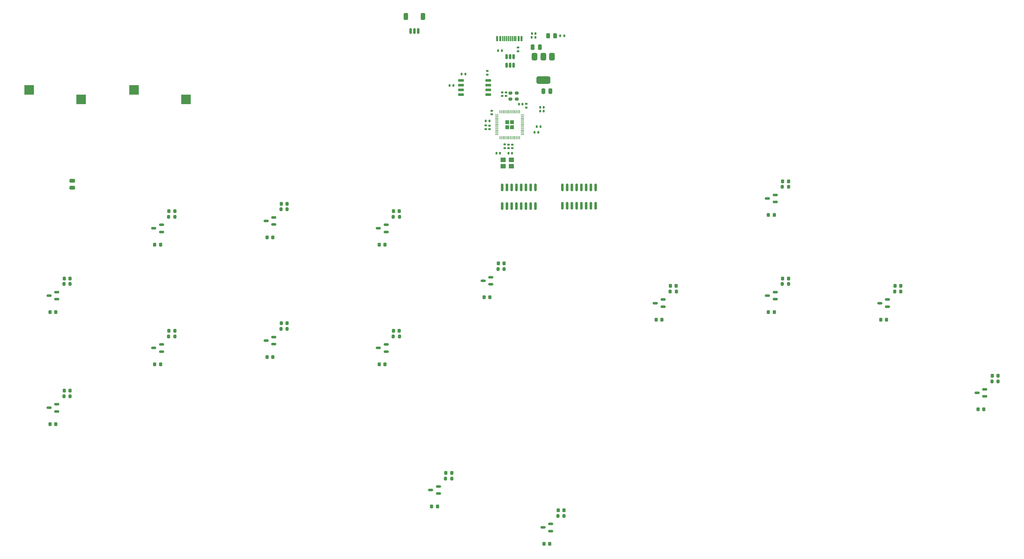
<source format=gbr>
G04 #@! TF.GenerationSoftware,KiCad,Pcbnew,8.0.3*
G04 #@! TF.CreationDate,2024-08-17T21:35:57+09:00*
G04 #@! TF.ProjectId,mainboard,6d61696e-626f-4617-9264-2e6b69636164,rev?*
G04 #@! TF.SameCoordinates,Original*
G04 #@! TF.FileFunction,Paste,Top*
G04 #@! TF.FilePolarity,Positive*
%FSLAX46Y46*%
G04 Gerber Fmt 4.6, Leading zero omitted, Abs format (unit mm)*
G04 Created by KiCad (PCBNEW 8.0.3) date 2024-08-17 21:35:57*
%MOMM*%
%LPD*%
G01*
G04 APERTURE LIST*
G04 Aperture macros list*
%AMRoundRect*
0 Rectangle with rounded corners*
0 $1 Rounding radius*
0 $2 $3 $4 $5 $6 $7 $8 $9 X,Y pos of 4 corners*
0 Add a 4 corners polygon primitive as box body*
4,1,4,$2,$3,$4,$5,$6,$7,$8,$9,$2,$3,0*
0 Add four circle primitives for the rounded corners*
1,1,$1+$1,$2,$3*
1,1,$1+$1,$4,$5*
1,1,$1+$1,$6,$7*
1,1,$1+$1,$8,$9*
0 Add four rect primitives between the rounded corners*
20,1,$1+$1,$2,$3,$4,$5,0*
20,1,$1+$1,$4,$5,$6,$7,0*
20,1,$1+$1,$6,$7,$8,$9,0*
20,1,$1+$1,$8,$9,$2,$3,0*%
G04 Aperture macros list end*
%ADD10RoundRect,0.225000X-0.225000X-0.250000X0.225000X-0.250000X0.225000X0.250000X-0.225000X0.250000X0*%
%ADD11RoundRect,0.135000X0.135000X0.185000X-0.135000X0.185000X-0.135000X-0.185000X0.135000X-0.185000X0*%
%ADD12RoundRect,0.200000X-0.200000X-0.275000X0.200000X-0.275000X0.200000X0.275000X-0.200000X0.275000X0*%
%ADD13RoundRect,0.150000X0.150000X-0.825000X0.150000X0.825000X-0.150000X0.825000X-0.150000X-0.825000X0*%
%ADD14R,1.400000X1.200000*%
%ADD15RoundRect,0.135000X-0.135000X-0.185000X0.135000X-0.185000X0.135000X0.185000X-0.135000X0.185000X0*%
%ADD16RoundRect,0.140000X-0.140000X-0.170000X0.140000X-0.170000X0.140000X0.170000X-0.140000X0.170000X0*%
%ADD17RoundRect,0.150000X0.500000X0.150000X-0.500000X0.150000X-0.500000X-0.150000X0.500000X-0.150000X0*%
%ADD18RoundRect,0.375000X-0.375000X0.625000X-0.375000X-0.625000X0.375000X-0.625000X0.375000X0.625000X0*%
%ADD19RoundRect,0.500000X-1.400000X0.500000X-1.400000X-0.500000X1.400000X-0.500000X1.400000X0.500000X0*%
%ADD20RoundRect,0.135000X-0.185000X0.135000X-0.185000X-0.135000X0.185000X-0.135000X0.185000X0.135000X0*%
%ADD21R,0.600000X1.450000*%
%ADD22R,0.300000X1.450000*%
%ADD23RoundRect,0.140000X0.170000X-0.140000X0.170000X0.140000X-0.170000X0.140000X-0.170000X-0.140000X0*%
%ADD24RoundRect,0.250000X-0.475000X0.250000X-0.475000X-0.250000X0.475000X-0.250000X0.475000X0.250000X0*%
%ADD25RoundRect,0.135000X0.185000X-0.135000X0.185000X0.135000X-0.185000X0.135000X-0.185000X-0.135000X0*%
%ADD26RoundRect,0.150000X-0.150000X0.512500X-0.150000X-0.512500X0.150000X-0.512500X0.150000X0.512500X0*%
%ADD27RoundRect,0.200000X-0.275000X0.200000X-0.275000X-0.200000X0.275000X-0.200000X0.275000X0.200000X0*%
%ADD28RoundRect,0.250000X-0.292217X-0.292217X0.292217X-0.292217X0.292217X0.292217X-0.292217X0.292217X0*%
%ADD29RoundRect,0.050000X-0.387500X-0.050000X0.387500X-0.050000X0.387500X0.050000X-0.387500X0.050000X0*%
%ADD30RoundRect,0.050000X-0.050000X-0.387500X0.050000X-0.387500X0.050000X0.387500X-0.050000X0.387500X0*%
%ADD31R,2.600000X2.600000*%
%ADD32RoundRect,0.150000X-0.650000X-0.150000X0.650000X-0.150000X0.650000X0.150000X-0.650000X0.150000X0*%
%ADD33RoundRect,0.250000X-0.250000X-0.475000X0.250000X-0.475000X0.250000X0.475000X-0.250000X0.475000X0*%
%ADD34RoundRect,0.243750X-0.243750X-0.456250X0.243750X-0.456250X0.243750X0.456250X-0.243750X0.456250X0*%
%ADD35RoundRect,0.140000X-0.170000X0.140000X-0.170000X-0.140000X0.170000X-0.140000X0.170000X0.140000X0*%
%ADD36RoundRect,0.150000X0.150000X0.625000X-0.150000X0.625000X-0.150000X-0.625000X0.150000X-0.625000X0*%
%ADD37RoundRect,0.250000X0.350000X0.650000X-0.350000X0.650000X-0.350000X-0.650000X0.350000X-0.650000X0*%
G04 APERTURE END LIST*
D10*
G04 #@! TO.C,C50*
X253025000Y-113400000D03*
X254575000Y-113400000D03*
G04 #@! TD*
D11*
G04 #@! TO.C,R32*
X204650000Y-69250000D03*
X203630000Y-69250000D03*
G04 #@! TD*
D12*
G04 #@! TO.C,R26*
X222950000Y-174900000D03*
X224600000Y-174900000D03*
G04 #@! TD*
D13*
G04 #@! TO.C,U22*
X208080000Y-92000000D03*
X209350000Y-92000000D03*
X210620000Y-92000000D03*
X211890000Y-92000000D03*
X213160000Y-92000000D03*
X214430000Y-92000000D03*
X215700000Y-92000000D03*
X216970000Y-92000000D03*
X216970000Y-87050000D03*
X215700000Y-87050000D03*
X214430000Y-87050000D03*
X213160000Y-87050000D03*
X211890000Y-87050000D03*
X210620000Y-87050000D03*
X209350000Y-87050000D03*
X208080000Y-87050000D03*
G04 #@! TD*
D10*
G04 #@! TO.C,C47*
X309225000Y-122400000D03*
X310775000Y-122400000D03*
G04 #@! TD*
D12*
G04 #@! TO.C,R29*
X282950000Y-112900000D03*
X284600000Y-112900000D03*
G04 #@! TD*
D10*
G04 #@! TO.C,C24*
X119025000Y-93400000D03*
X120575000Y-93400000D03*
G04 #@! TD*
D14*
G04 #@! TO.C,Y1*
X208300000Y-81400000D03*
X210500000Y-81400000D03*
X210500000Y-79700000D03*
X208300000Y-79700000D03*
G04 #@! TD*
D15*
G04 #@! TO.C,R7*
X215930000Y-46900000D03*
X216950000Y-46900000D03*
G04 #@! TD*
D10*
G04 #@! TO.C,C26*
X91025000Y-111400000D03*
X92575000Y-111400000D03*
G04 #@! TD*
D16*
G04 #@! TO.C,C10*
X216720000Y-72300000D03*
X217680000Y-72300000D03*
G04 #@! TD*
D10*
G04 #@! TO.C,C42*
X207025000Y-107400000D03*
X208575000Y-107400000D03*
G04 #@! TD*
D15*
G04 #@! TO.C,R3*
X207000000Y-50450000D03*
X208020000Y-50450000D03*
G04 #@! TD*
D10*
G04 #@! TO.C,C28*
X179025000Y-93400000D03*
X180575000Y-93400000D03*
G04 #@! TD*
D17*
G04 #@! TO.C,K12*
X221050000Y-178950000D03*
X221050000Y-177050000D03*
X218950000Y-178000000D03*
G04 #@! TD*
D18*
G04 #@! TO.C,U1*
X221330000Y-52076000D03*
X219030000Y-52076000D03*
D19*
X219030000Y-58376000D03*
D18*
X216730000Y-52076000D03*
G04 #@! TD*
D12*
G04 #@! TO.C,R14*
X148950000Y-92900000D03*
X150600000Y-92900000D03*
G04 #@! TD*
D10*
G04 #@! TO.C,C51*
X279225000Y-120400000D03*
X280775000Y-120400000D03*
G04 #@! TD*
D20*
G04 #@! TO.C,R2*
X212300000Y-49590000D03*
X212300000Y-50610000D03*
G04 #@! TD*
D10*
G04 #@! TO.C,C52*
X283025000Y-111400000D03*
X284575000Y-111400000D03*
G04 #@! TD*
D16*
G04 #@! TO.C,C11*
X218190000Y-65650000D03*
X219150000Y-65650000D03*
G04 #@! TD*
D17*
G04 #@! TO.C,K14*
X251050000Y-118950000D03*
X251050000Y-117050000D03*
X248950000Y-118000000D03*
G04 #@! TD*
D21*
G04 #@! TO.C,J1*
X213244000Y-47245000D03*
X212444000Y-47245000D03*
D22*
X211244000Y-47245000D03*
X210244000Y-47245000D03*
X209744000Y-47245000D03*
X208744000Y-47245000D03*
D21*
X207544000Y-47245000D03*
X206744000Y-47245000D03*
X206744000Y-47245000D03*
X207544000Y-47245000D03*
D22*
X208244000Y-47245000D03*
X209244000Y-47245000D03*
X210744000Y-47245000D03*
X211744000Y-47245000D03*
D21*
X212444000Y-47245000D03*
X213244000Y-47245000D03*
G04 #@! TD*
D23*
G04 #@! TO.C,C15*
X204100000Y-56880000D03*
X204100000Y-55920000D03*
G04 #@! TD*
D24*
G04 #@! TO.C,C20*
X93200000Y-85250000D03*
X93200000Y-87150000D03*
G04 #@! TD*
D10*
G04 #@! TO.C,C36*
X149025000Y-123400000D03*
X150575000Y-123400000D03*
G04 #@! TD*
D16*
G04 #@! TO.C,C3*
X215990000Y-45850000D03*
X216950000Y-45850000D03*
G04 #@! TD*
D10*
G04 #@! TO.C,C30*
X91025000Y-141400000D03*
X92575000Y-141400000D03*
G04 #@! TD*
D16*
G04 #@! TO.C,C12*
X218190000Y-66600000D03*
X219150000Y-66600000D03*
G04 #@! TD*
D10*
G04 #@! TO.C,C37*
X335225000Y-146400000D03*
X336775000Y-146400000D03*
G04 #@! TD*
G04 #@! TO.C,C49*
X249225000Y-122400000D03*
X250775000Y-122400000D03*
G04 #@! TD*
D23*
G04 #@! TO.C,C6*
X209050000Y-62600000D03*
X209050000Y-61640000D03*
G04 #@! TD*
D10*
G04 #@! TO.C,C39*
X189225000Y-172400000D03*
X190775000Y-172400000D03*
G04 #@! TD*
D25*
G04 #@! TO.C,R30*
X203650000Y-71500000D03*
X203650000Y-70480000D03*
G04 #@! TD*
D23*
G04 #@! TO.C,C4*
X208050000Y-62600000D03*
X208050000Y-61640000D03*
G04 #@! TD*
D12*
G04 #@! TO.C,R16*
X90950000Y-112900000D03*
X92600000Y-112900000D03*
G04 #@! TD*
G04 #@! TO.C,R23*
X192950000Y-164900000D03*
X194600000Y-164900000D03*
G04 #@! TD*
D16*
G04 #@! TO.C,C18*
X206540000Y-77900000D03*
X207500000Y-77900000D03*
G04 #@! TD*
D17*
G04 #@! TO.C,K5*
X177050000Y-130950000D03*
X177050000Y-129050000D03*
X174950000Y-130000000D03*
G04 #@! TD*
G04 #@! TO.C,K8*
X337050000Y-142950000D03*
X337050000Y-141050000D03*
X334950000Y-142000000D03*
G04 #@! TD*
G04 #@! TO.C,K7*
X147050000Y-128950000D03*
X147050000Y-127050000D03*
X144950000Y-128000000D03*
G04 #@! TD*
D10*
G04 #@! TO.C,C44*
X283025000Y-85400000D03*
X284575000Y-85400000D03*
G04 #@! TD*
D17*
G04 #@! TO.C,K13*
X311050000Y-118950000D03*
X311050000Y-117050000D03*
X308950000Y-118000000D03*
G04 #@! TD*
D23*
G04 #@! TO.C,C8*
X204700000Y-71480000D03*
X204700000Y-70520000D03*
G04 #@! TD*
G04 #@! TO.C,C14*
X214500000Y-65680000D03*
X214500000Y-64720000D03*
G04 #@! TD*
D12*
G04 #@! TO.C,R22*
X338950000Y-138900000D03*
X340600000Y-138900000D03*
G04 #@! TD*
D16*
G04 #@! TO.C,C19*
X209740000Y-77900000D03*
X210700000Y-77900000D03*
G04 #@! TD*
D26*
G04 #@! TO.C,U2*
X211150000Y-52096000D03*
X210200000Y-52096000D03*
X209250000Y-52096000D03*
X209250000Y-54371000D03*
X210200000Y-54371000D03*
X211150000Y-54371000D03*
G04 #@! TD*
D16*
G04 #@! TO.C,C13*
X212540000Y-64750000D03*
X213500000Y-64750000D03*
G04 #@! TD*
D11*
G04 #@! TO.C,R9*
X198220000Y-56700000D03*
X197200000Y-56700000D03*
G04 #@! TD*
D13*
G04 #@! TO.C,U23*
X224190000Y-91975000D03*
X225460000Y-91975000D03*
X226730000Y-91975000D03*
X228000000Y-91975000D03*
X229270000Y-91975000D03*
X230540000Y-91975000D03*
X231810000Y-91975000D03*
X233080000Y-91975000D03*
X233080000Y-87025000D03*
X231810000Y-87025000D03*
X230540000Y-87025000D03*
X229270000Y-87025000D03*
X228000000Y-87025000D03*
X226730000Y-87025000D03*
X225460000Y-87025000D03*
X224190000Y-87025000D03*
G04 #@! TD*
D17*
G04 #@! TO.C,K1*
X117050000Y-98950000D03*
X117050000Y-97050000D03*
X114950000Y-98000000D03*
G04 #@! TD*
D10*
G04 #@! TO.C,C33*
X115225000Y-134400000D03*
X116775000Y-134400000D03*
G04 #@! TD*
D27*
G04 #@! TO.C,R11*
X212000000Y-61800000D03*
X212000000Y-63450000D03*
G04 #@! TD*
D12*
G04 #@! TO.C,R27*
X312950000Y-114900000D03*
X314600000Y-114900000D03*
G04 #@! TD*
D28*
G04 #@! TO.C,U5*
X209442500Y-69636500D03*
X209442500Y-70911500D03*
X210717500Y-69636500D03*
X210717500Y-70911500D03*
D29*
X206642500Y-67674000D03*
X206642500Y-68074000D03*
X206642500Y-68474000D03*
X206642500Y-68874000D03*
X206642500Y-69274000D03*
X206642500Y-69674000D03*
X206642500Y-70074000D03*
X206642500Y-70474000D03*
X206642500Y-70874000D03*
X206642500Y-71274000D03*
X206642500Y-71674000D03*
X206642500Y-72074000D03*
X206642500Y-72474000D03*
X206642500Y-72874000D03*
D30*
X207480000Y-73711500D03*
X207880000Y-73711500D03*
X208280000Y-73711500D03*
X208680000Y-73711500D03*
X209080000Y-73711500D03*
X209480000Y-73711500D03*
X209880000Y-73711500D03*
X210280000Y-73711500D03*
X210680000Y-73711500D03*
X211080000Y-73711500D03*
X211480000Y-73711500D03*
X211880000Y-73711500D03*
X212280000Y-73711500D03*
X212680000Y-73711500D03*
D29*
X213517500Y-72874000D03*
X213517500Y-72474000D03*
X213517500Y-72074000D03*
X213517500Y-71674000D03*
X213517500Y-71274000D03*
X213517500Y-70874000D03*
X213517500Y-70474000D03*
X213517500Y-70074000D03*
X213517500Y-69674000D03*
X213517500Y-69274000D03*
X213517500Y-68874000D03*
X213517500Y-68474000D03*
X213517500Y-68074000D03*
X213517500Y-67674000D03*
D30*
X212680000Y-66836500D03*
X212280000Y-66836500D03*
X211880000Y-66836500D03*
X211480000Y-66836500D03*
X211080000Y-66836500D03*
X210680000Y-66836500D03*
X210280000Y-66836500D03*
X209880000Y-66836500D03*
X209480000Y-66836500D03*
X209080000Y-66836500D03*
X208680000Y-66836500D03*
X208280000Y-66836500D03*
X207880000Y-66836500D03*
X207480000Y-66836500D03*
G04 #@! TD*
D15*
G04 #@! TO.C,R8*
X223600000Y-46500000D03*
X224620000Y-46500000D03*
G04 #@! TD*
D17*
G04 #@! TO.C,K4*
X89050000Y-146950000D03*
X89050000Y-145050000D03*
X86950000Y-146000000D03*
G04 #@! TD*
D12*
G04 #@! TO.C,R25*
X282950000Y-86900000D03*
X284600000Y-86900000D03*
G04 #@! TD*
D31*
G04 #@! TO.C,SW3*
X109685000Y-60920000D03*
X123585000Y-63460000D03*
G04 #@! TD*
D15*
G04 #@! TO.C,R1*
X217290000Y-70800000D03*
X218310000Y-70800000D03*
G04 #@! TD*
D17*
G04 #@! TO.C,K6*
X117050000Y-130950000D03*
X117050000Y-129050000D03*
X114950000Y-130000000D03*
G04 #@! TD*
D10*
G04 #@! TO.C,C40*
X193025000Y-163400000D03*
X194575000Y-163400000D03*
G04 #@! TD*
D32*
G04 #@! TO.C,U3*
X197100000Y-58390000D03*
X197100000Y-59660000D03*
X197100000Y-60930000D03*
X197100000Y-62200000D03*
X204300000Y-62200000D03*
X204300000Y-60930000D03*
X204300000Y-59660000D03*
X204300000Y-58390000D03*
G04 #@! TD*
D12*
G04 #@! TO.C,R20*
X118950000Y-126900000D03*
X120600000Y-126900000D03*
G04 #@! TD*
D10*
G04 #@! TO.C,C21*
X145225000Y-100400000D03*
X146775000Y-100400000D03*
G04 #@! TD*
D31*
G04 #@! TO.C,SW4*
X81685000Y-60920000D03*
X95585000Y-63460000D03*
G04 #@! TD*
D12*
G04 #@! TO.C,R24*
X206950000Y-108900000D03*
X208600000Y-108900000D03*
G04 #@! TD*
G04 #@! TO.C,R15*
X118950000Y-94900000D03*
X120600000Y-94900000D03*
G04 #@! TD*
D17*
G04 #@! TO.C,K10*
X205050000Y-112950000D03*
X205050000Y-111050000D03*
X202950000Y-112000000D03*
G04 #@! TD*
D12*
G04 #@! TO.C,R18*
X90950000Y-142900000D03*
X92600000Y-142900000D03*
G04 #@! TD*
D10*
G04 #@! TO.C,C29*
X87225000Y-150400000D03*
X88775000Y-150400000D03*
G04 #@! TD*
G04 #@! TO.C,C46*
X223025000Y-173400000D03*
X224575000Y-173400000D03*
G04 #@! TD*
D20*
G04 #@! TO.C,R13*
X208718000Y-75521000D03*
X208718000Y-76541000D03*
G04 #@! TD*
D10*
G04 #@! TO.C,C38*
X339025000Y-137400000D03*
X340575000Y-137400000D03*
G04 #@! TD*
D17*
G04 #@! TO.C,K2*
X89050000Y-116950000D03*
X89050000Y-115050000D03*
X86950000Y-116000000D03*
G04 #@! TD*
D33*
G04 #@! TO.C,C1*
X216200000Y-49550000D03*
X218100000Y-49550000D03*
G04 #@! TD*
G04 #@! TO.C,C2*
X219035000Y-61297000D03*
X220935000Y-61297000D03*
G04 #@! TD*
D34*
G04 #@! TO.C,D1*
X220345000Y-46500000D03*
X222220000Y-46500000D03*
G04 #@! TD*
D17*
G04 #@! TO.C,K15*
X281050000Y-116950000D03*
X281050000Y-115050000D03*
X278950000Y-116000000D03*
G04 #@! TD*
G04 #@! TO.C,K9*
X191050000Y-168950000D03*
X191050000Y-167050000D03*
X188950000Y-168000000D03*
G04 #@! TD*
D10*
G04 #@! TO.C,C41*
X203225000Y-116400000D03*
X204775000Y-116400000D03*
G04 #@! TD*
D12*
G04 #@! TO.C,R28*
X252950000Y-114900000D03*
X254600000Y-114900000D03*
G04 #@! TD*
D10*
G04 #@! TO.C,C27*
X175225000Y-102400000D03*
X176775000Y-102400000D03*
G04 #@! TD*
G04 #@! TO.C,C48*
X313025000Y-113400000D03*
X314575000Y-113400000D03*
G04 #@! TD*
D17*
G04 #@! TO.C,K3*
X177050000Y-98950000D03*
X177050000Y-97050000D03*
X174950000Y-98000000D03*
G04 #@! TD*
D27*
G04 #@! TO.C,R10*
X210290000Y-61800000D03*
X210290000Y-63450000D03*
G04 #@! TD*
D17*
G04 #@! TO.C,K0*
X147050000Y-96950000D03*
X147050000Y-95050000D03*
X144950000Y-96000000D03*
G04 #@! TD*
D12*
G04 #@! TO.C,R17*
X178950000Y-94900000D03*
X180600000Y-94900000D03*
G04 #@! TD*
G04 #@! TO.C,R21*
X148950000Y-124900000D03*
X150600000Y-124900000D03*
G04 #@! TD*
D23*
G04 #@! TO.C,C7*
X205300000Y-67480000D03*
X205300000Y-66520000D03*
G04 #@! TD*
D10*
G04 #@! TO.C,C32*
X179025000Y-125400000D03*
X180575000Y-125400000D03*
G04 #@! TD*
D11*
G04 #@! TO.C,R5*
X195000000Y-59750000D03*
X193980000Y-59750000D03*
G04 #@! TD*
D10*
G04 #@! TO.C,C23*
X115225000Y-102400000D03*
X116775000Y-102400000D03*
G04 #@! TD*
G04 #@! TO.C,C34*
X119025000Y-125400000D03*
X120575000Y-125400000D03*
G04 #@! TD*
D12*
G04 #@! TO.C,R19*
X178950000Y-126900000D03*
X180600000Y-126900000D03*
G04 #@! TD*
D10*
G04 #@! TO.C,C31*
X175225000Y-134400000D03*
X176775000Y-134400000D03*
G04 #@! TD*
G04 #@! TO.C,C35*
X145225000Y-132400000D03*
X146775000Y-132400000D03*
G04 #@! TD*
D35*
G04 #@! TO.C,C9*
X209734000Y-75577000D03*
X209734000Y-76537000D03*
G04 #@! TD*
D10*
G04 #@! TO.C,C43*
X279225000Y-94400000D03*
X280775000Y-94400000D03*
G04 #@! TD*
D35*
G04 #@! TO.C,C5*
X210750000Y-75577000D03*
X210750000Y-76537000D03*
G04 #@! TD*
D10*
G04 #@! TO.C,C22*
X149025000Y-91400000D03*
X150575000Y-91400000D03*
G04 #@! TD*
G04 #@! TO.C,C45*
X219225000Y-182400000D03*
X220775000Y-182400000D03*
G04 #@! TD*
G04 #@! TO.C,C25*
X87225000Y-120400000D03*
X88775000Y-120400000D03*
G04 #@! TD*
D17*
G04 #@! TO.C,K11*
X281050000Y-90950000D03*
X281050000Y-89050000D03*
X278950000Y-90000000D03*
G04 #@! TD*
D36*
G04 #@! TO.C,J2*
X185600000Y-45200000D03*
X184600000Y-45200000D03*
X183600000Y-45200000D03*
D37*
X186900000Y-41325000D03*
X182300000Y-41325000D03*
G04 #@! TD*
M02*

</source>
